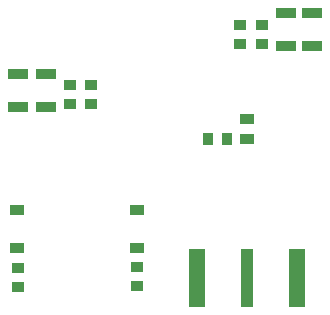
<source format=gbp>
G04*
G04 #@! TF.GenerationSoftware,Altium Limited,Altium Designer,20.1.11 (218)*
G04*
G04 Layer_Color=128*
%FSLAX25Y25*%
%MOIN*%
G70*
G04*
G04 #@! TF.SameCoordinates,BE0D8867-63C8-4494-B9D0-45761BAC08B1*
G04*
G04*
G04 #@! TF.FilePolarity,Positive*
G04*
G01*
G75*
%ADD22R,0.05512X0.19685*%
%ADD31R,0.03543X0.03937*%
%ADD32R,0.05118X0.03347*%
%ADD33R,0.03937X0.19685*%
%ADD34R,0.06693X0.03740*%
%ADD35R,0.03937X0.03543*%
%ADD36R,0.04803X0.03602*%
D22*
X303816Y343740D02*
D03*
X337281D02*
D03*
D31*
X313718Y390179D02*
D03*
X307418D02*
D03*
D32*
X320624D02*
D03*
Y396872D02*
D03*
D33*
X320548Y343740D02*
D03*
D34*
X342137Y432087D02*
D03*
Y421063D02*
D03*
X333459Y432087D02*
D03*
Y421063D02*
D03*
X244094Y411811D02*
D03*
Y400787D02*
D03*
X253470Y411811D02*
D03*
Y400787D02*
D03*
D35*
X325568Y428150D02*
D03*
Y421850D02*
D03*
X318185Y428150D02*
D03*
Y421850D02*
D03*
X261361Y408071D02*
D03*
Y401772D02*
D03*
X268465Y408071D02*
D03*
Y401772D02*
D03*
X283819Y347441D02*
D03*
Y341142D02*
D03*
X244055Y347047D02*
D03*
Y340748D02*
D03*
D36*
X283819Y366486D02*
D03*
Y353592D02*
D03*
X243661Y366486D02*
D03*
Y353592D02*
D03*
M02*

</source>
